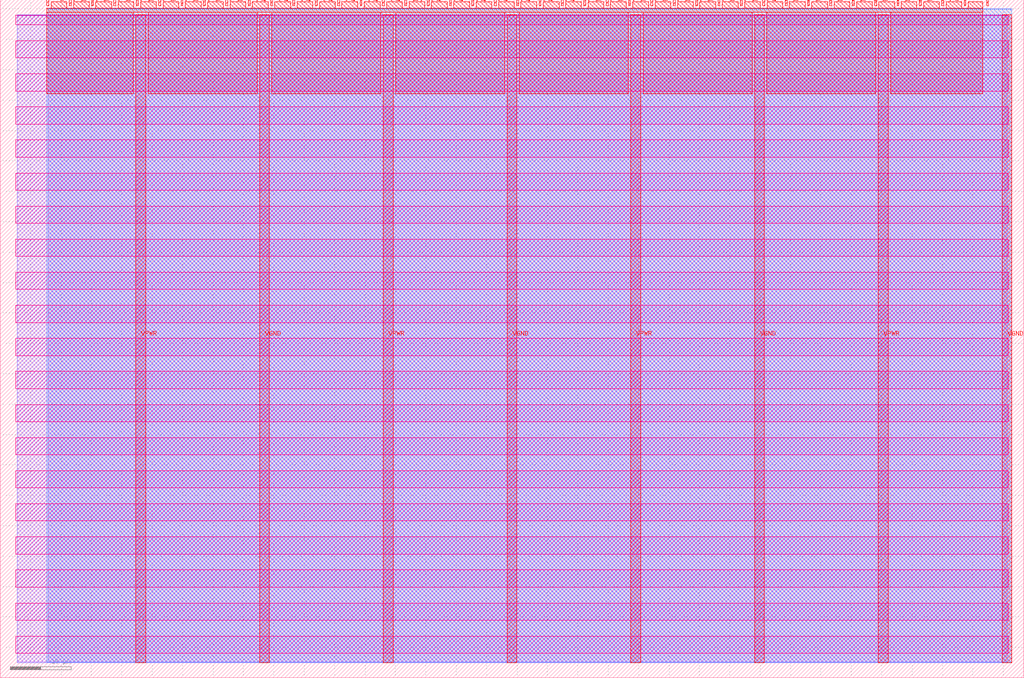
<source format=lef>
VERSION 5.7 ;
  NOWIREEXTENSIONATPIN ON ;
  DIVIDERCHAR "/" ;
  BUSBITCHARS "[]" ;
MACRO tt_um_wokwi_375288605206694913
  CLASS BLOCK ;
  FOREIGN tt_um_wokwi_375288605206694913 ;
  ORIGIN 0.000 0.000 ;
  SIZE 168.360 BY 111.520 ;
  PIN VGND
    DIRECTION INOUT ;
    USE GROUND ;
    PORT
      LAYER met4 ;
        RECT 42.670 2.480 44.270 109.040 ;
    END
    PORT
      LAYER met4 ;
        RECT 83.380 2.480 84.980 109.040 ;
    END
    PORT
      LAYER met4 ;
        RECT 124.090 2.480 125.690 109.040 ;
    END
    PORT
      LAYER met4 ;
        RECT 164.800 2.480 166.400 109.040 ;
    END
  END VGND
  PIN VPWR
    DIRECTION INOUT ;
    USE POWER ;
    PORT
      LAYER met4 ;
        RECT 22.315 2.480 23.915 109.040 ;
    END
    PORT
      LAYER met4 ;
        RECT 63.025 2.480 64.625 109.040 ;
    END
    PORT
      LAYER met4 ;
        RECT 103.735 2.480 105.335 109.040 ;
    END
    PORT
      LAYER met4 ;
        RECT 144.445 2.480 146.045 109.040 ;
    END
  END VPWR
  PIN clk
    DIRECTION INPUT ;
    USE SIGNAL ;
    ANTENNAGATEAREA 0.852000 ;
    PORT
      LAYER met4 ;
        RECT 158.550 110.520 158.850 111.520 ;
    END
  END clk
  PIN ena
    DIRECTION INPUT ;
    USE SIGNAL ;
    PORT
      LAYER met4 ;
        RECT 162.230 110.520 162.530 111.520 ;
    END
  END ena
  PIN rst_n
    DIRECTION INPUT ;
    USE SIGNAL ;
    PORT
      LAYER met4 ;
        RECT 154.870 110.520 155.170 111.520 ;
    END
  END rst_n
  PIN ui_in[0]
    DIRECTION INPUT ;
    USE SIGNAL ;
    ANTENNAGATEAREA 0.196500 ;
    PORT
      LAYER met4 ;
        RECT 151.190 110.520 151.490 111.520 ;
    END
  END ui_in[0]
  PIN ui_in[1]
    DIRECTION INPUT ;
    USE SIGNAL ;
    ANTENNAGATEAREA 0.196500 ;
    PORT
      LAYER met4 ;
        RECT 147.510 110.520 147.810 111.520 ;
    END
  END ui_in[1]
  PIN ui_in[2]
    DIRECTION INPUT ;
    USE SIGNAL ;
    ANTENNAGATEAREA 0.196500 ;
    PORT
      LAYER met4 ;
        RECT 143.830 110.520 144.130 111.520 ;
    END
  END ui_in[2]
  PIN ui_in[3]
    DIRECTION INPUT ;
    USE SIGNAL ;
    ANTENNAGATEAREA 0.196500 ;
    PORT
      LAYER met4 ;
        RECT 140.150 110.520 140.450 111.520 ;
    END
  END ui_in[3]
  PIN ui_in[4]
    DIRECTION INPUT ;
    USE SIGNAL ;
    ANTENNAGATEAREA 0.196500 ;
    PORT
      LAYER met4 ;
        RECT 136.470 110.520 136.770 111.520 ;
    END
  END ui_in[4]
  PIN ui_in[5]
    DIRECTION INPUT ;
    USE SIGNAL ;
    PORT
      LAYER met4 ;
        RECT 132.790 110.520 133.090 111.520 ;
    END
  END ui_in[5]
  PIN ui_in[6]
    DIRECTION INPUT ;
    USE SIGNAL ;
    PORT
      LAYER met4 ;
        RECT 129.110 110.520 129.410 111.520 ;
    END
  END ui_in[6]
  PIN ui_in[7]
    DIRECTION INPUT ;
    USE SIGNAL ;
    PORT
      LAYER met4 ;
        RECT 125.430 110.520 125.730 111.520 ;
    END
  END ui_in[7]
  PIN uio_in[0]
    DIRECTION INPUT ;
    USE SIGNAL ;
    PORT
      LAYER met4 ;
        RECT 121.750 110.520 122.050 111.520 ;
    END
  END uio_in[0]
  PIN uio_in[1]
    DIRECTION INPUT ;
    USE SIGNAL ;
    PORT
      LAYER met4 ;
        RECT 118.070 110.520 118.370 111.520 ;
    END
  END uio_in[1]
  PIN uio_in[2]
    DIRECTION INPUT ;
    USE SIGNAL ;
    PORT
      LAYER met4 ;
        RECT 114.390 110.520 114.690 111.520 ;
    END
  END uio_in[2]
  PIN uio_in[3]
    DIRECTION INPUT ;
    USE SIGNAL ;
    PORT
      LAYER met4 ;
        RECT 110.710 110.520 111.010 111.520 ;
    END
  END uio_in[3]
  PIN uio_in[4]
    DIRECTION INPUT ;
    USE SIGNAL ;
    PORT
      LAYER met4 ;
        RECT 107.030 110.520 107.330 111.520 ;
    END
  END uio_in[4]
  PIN uio_in[5]
    DIRECTION INPUT ;
    USE SIGNAL ;
    PORT
      LAYER met4 ;
        RECT 103.350 110.520 103.650 111.520 ;
    END
  END uio_in[5]
  PIN uio_in[6]
    DIRECTION INPUT ;
    USE SIGNAL ;
    PORT
      LAYER met4 ;
        RECT 99.670 110.520 99.970 111.520 ;
    END
  END uio_in[6]
  PIN uio_in[7]
    DIRECTION INPUT ;
    USE SIGNAL ;
    PORT
      LAYER met4 ;
        RECT 95.990 110.520 96.290 111.520 ;
    END
  END uio_in[7]
  PIN uio_oe[0]
    DIRECTION OUTPUT TRISTATE ;
    USE SIGNAL ;
    PORT
      LAYER met4 ;
        RECT 33.430 110.520 33.730 111.520 ;
    END
  END uio_oe[0]
  PIN uio_oe[1]
    DIRECTION OUTPUT TRISTATE ;
    USE SIGNAL ;
    PORT
      LAYER met4 ;
        RECT 29.750 110.520 30.050 111.520 ;
    END
  END uio_oe[1]
  PIN uio_oe[2]
    DIRECTION OUTPUT TRISTATE ;
    USE SIGNAL ;
    PORT
      LAYER met4 ;
        RECT 26.070 110.520 26.370 111.520 ;
    END
  END uio_oe[2]
  PIN uio_oe[3]
    DIRECTION OUTPUT TRISTATE ;
    USE SIGNAL ;
    PORT
      LAYER met4 ;
        RECT 22.390 110.520 22.690 111.520 ;
    END
  END uio_oe[3]
  PIN uio_oe[4]
    DIRECTION OUTPUT TRISTATE ;
    USE SIGNAL ;
    PORT
      LAYER met4 ;
        RECT 18.710 110.520 19.010 111.520 ;
    END
  END uio_oe[4]
  PIN uio_oe[5]
    DIRECTION OUTPUT TRISTATE ;
    USE SIGNAL ;
    PORT
      LAYER met4 ;
        RECT 15.030 110.520 15.330 111.520 ;
    END
  END uio_oe[5]
  PIN uio_oe[6]
    DIRECTION OUTPUT TRISTATE ;
    USE SIGNAL ;
    PORT
      LAYER met4 ;
        RECT 11.350 110.520 11.650 111.520 ;
    END
  END uio_oe[6]
  PIN uio_oe[7]
    DIRECTION OUTPUT TRISTATE ;
    USE SIGNAL ;
    PORT
      LAYER met4 ;
        RECT 7.670 110.520 7.970 111.520 ;
    END
  END uio_oe[7]
  PIN uio_out[0]
    DIRECTION OUTPUT TRISTATE ;
    USE SIGNAL ;
    PORT
      LAYER met4 ;
        RECT 62.870 110.520 63.170 111.520 ;
    END
  END uio_out[0]
  PIN uio_out[1]
    DIRECTION OUTPUT TRISTATE ;
    USE SIGNAL ;
    PORT
      LAYER met4 ;
        RECT 59.190 110.520 59.490 111.520 ;
    END
  END uio_out[1]
  PIN uio_out[2]
    DIRECTION OUTPUT TRISTATE ;
    USE SIGNAL ;
    PORT
      LAYER met4 ;
        RECT 55.510 110.520 55.810 111.520 ;
    END
  END uio_out[2]
  PIN uio_out[3]
    DIRECTION OUTPUT TRISTATE ;
    USE SIGNAL ;
    PORT
      LAYER met4 ;
        RECT 51.830 110.520 52.130 111.520 ;
    END
  END uio_out[3]
  PIN uio_out[4]
    DIRECTION OUTPUT TRISTATE ;
    USE SIGNAL ;
    PORT
      LAYER met4 ;
        RECT 48.150 110.520 48.450 111.520 ;
    END
  END uio_out[4]
  PIN uio_out[5]
    DIRECTION OUTPUT TRISTATE ;
    USE SIGNAL ;
    PORT
      LAYER met4 ;
        RECT 44.470 110.520 44.770 111.520 ;
    END
  END uio_out[5]
  PIN uio_out[6]
    DIRECTION OUTPUT TRISTATE ;
    USE SIGNAL ;
    PORT
      LAYER met4 ;
        RECT 40.790 110.520 41.090 111.520 ;
    END
  END uio_out[6]
  PIN uio_out[7]
    DIRECTION OUTPUT TRISTATE ;
    USE SIGNAL ;
    PORT
      LAYER met4 ;
        RECT 37.110 110.520 37.410 111.520 ;
    END
  END uio_out[7]
  PIN uo_out[0]
    DIRECTION OUTPUT TRISTATE ;
    USE SIGNAL ;
    ANTENNADIFFAREA 0.795200 ;
    PORT
      LAYER met4 ;
        RECT 92.310 110.520 92.610 111.520 ;
    END
  END uo_out[0]
  PIN uo_out[1]
    DIRECTION OUTPUT TRISTATE ;
    USE SIGNAL ;
    ANTENNADIFFAREA 0.795200 ;
    PORT
      LAYER met4 ;
        RECT 88.630 110.520 88.930 111.520 ;
    END
  END uo_out[1]
  PIN uo_out[2]
    DIRECTION OUTPUT TRISTATE ;
    USE SIGNAL ;
    ANTENNADIFFAREA 0.795200 ;
    PORT
      LAYER met4 ;
        RECT 84.950 110.520 85.250 111.520 ;
    END
  END uo_out[2]
  PIN uo_out[3]
    DIRECTION OUTPUT TRISTATE ;
    USE SIGNAL ;
    ANTENNADIFFAREA 0.795200 ;
    PORT
      LAYER met4 ;
        RECT 81.270 110.520 81.570 111.520 ;
    END
  END uo_out[3]
  PIN uo_out[4]
    DIRECTION OUTPUT TRISTATE ;
    USE SIGNAL ;
    ANTENNADIFFAREA 0.795200 ;
    PORT
      LAYER met4 ;
        RECT 77.590 110.520 77.890 111.520 ;
    END
  END uo_out[4]
  PIN uo_out[5]
    DIRECTION OUTPUT TRISTATE ;
    USE SIGNAL ;
    ANTENNADIFFAREA 0.445500 ;
    PORT
      LAYER met4 ;
        RECT 73.910 110.520 74.210 111.520 ;
    END
  END uo_out[5]
  PIN uo_out[6]
    DIRECTION OUTPUT TRISTATE ;
    USE SIGNAL ;
    PORT
      LAYER met4 ;
        RECT 70.230 110.520 70.530 111.520 ;
    END
  END uo_out[6]
  PIN uo_out[7]
    DIRECTION OUTPUT TRISTATE ;
    USE SIGNAL ;
    PORT
      LAYER met4 ;
        RECT 66.550 110.520 66.850 111.520 ;
    END
  END uo_out[7]
  OBS
      LAYER nwell ;
        RECT 2.570 107.385 165.790 108.990 ;
        RECT 2.570 101.945 165.790 104.775 ;
        RECT 2.570 96.505 165.790 99.335 ;
        RECT 2.570 91.065 165.790 93.895 ;
        RECT 2.570 85.625 165.790 88.455 ;
        RECT 2.570 80.185 165.790 83.015 ;
        RECT 2.570 74.745 165.790 77.575 ;
        RECT 2.570 69.305 165.790 72.135 ;
        RECT 2.570 63.865 165.790 66.695 ;
        RECT 2.570 58.425 165.790 61.255 ;
        RECT 2.570 52.985 165.790 55.815 ;
        RECT 2.570 47.545 165.790 50.375 ;
        RECT 2.570 42.105 165.790 44.935 ;
        RECT 2.570 36.665 165.790 39.495 ;
        RECT 2.570 31.225 165.790 34.055 ;
        RECT 2.570 25.785 165.790 28.615 ;
        RECT 2.570 20.345 165.790 23.175 ;
        RECT 2.570 14.905 165.790 17.735 ;
        RECT 2.570 9.465 165.790 12.295 ;
        RECT 2.570 4.025 165.790 6.855 ;
      LAYER li1 ;
        RECT 2.760 2.635 165.600 108.885 ;
      LAYER met1 ;
        RECT 2.760 2.480 166.400 109.040 ;
      LAYER met2 ;
        RECT 7.910 2.535 166.370 110.005 ;
      LAYER met3 ;
        RECT 7.630 2.555 166.390 109.985 ;
      LAYER met4 ;
        RECT 8.370 110.120 10.950 111.170 ;
        RECT 12.050 110.120 14.630 111.170 ;
        RECT 15.730 110.120 18.310 111.170 ;
        RECT 19.410 110.120 21.990 111.170 ;
        RECT 23.090 110.120 25.670 111.170 ;
        RECT 26.770 110.120 29.350 111.170 ;
        RECT 30.450 110.120 33.030 111.170 ;
        RECT 34.130 110.120 36.710 111.170 ;
        RECT 37.810 110.120 40.390 111.170 ;
        RECT 41.490 110.120 44.070 111.170 ;
        RECT 45.170 110.120 47.750 111.170 ;
        RECT 48.850 110.120 51.430 111.170 ;
        RECT 52.530 110.120 55.110 111.170 ;
        RECT 56.210 110.120 58.790 111.170 ;
        RECT 59.890 110.120 62.470 111.170 ;
        RECT 63.570 110.120 66.150 111.170 ;
        RECT 67.250 110.120 69.830 111.170 ;
        RECT 70.930 110.120 73.510 111.170 ;
        RECT 74.610 110.120 77.190 111.170 ;
        RECT 78.290 110.120 80.870 111.170 ;
        RECT 81.970 110.120 84.550 111.170 ;
        RECT 85.650 110.120 88.230 111.170 ;
        RECT 89.330 110.120 91.910 111.170 ;
        RECT 93.010 110.120 95.590 111.170 ;
        RECT 96.690 110.120 99.270 111.170 ;
        RECT 100.370 110.120 102.950 111.170 ;
        RECT 104.050 110.120 106.630 111.170 ;
        RECT 107.730 110.120 110.310 111.170 ;
        RECT 111.410 110.120 113.990 111.170 ;
        RECT 115.090 110.120 117.670 111.170 ;
        RECT 118.770 110.120 121.350 111.170 ;
        RECT 122.450 110.120 125.030 111.170 ;
        RECT 126.130 110.120 128.710 111.170 ;
        RECT 129.810 110.120 132.390 111.170 ;
        RECT 133.490 110.120 136.070 111.170 ;
        RECT 137.170 110.120 139.750 111.170 ;
        RECT 140.850 110.120 143.430 111.170 ;
        RECT 144.530 110.120 147.110 111.170 ;
        RECT 148.210 110.120 150.790 111.170 ;
        RECT 151.890 110.120 154.470 111.170 ;
        RECT 155.570 110.120 158.150 111.170 ;
        RECT 159.250 110.120 161.625 111.170 ;
        RECT 7.655 109.440 161.625 110.120 ;
        RECT 7.655 96.055 21.915 109.440 ;
        RECT 24.315 96.055 42.270 109.440 ;
        RECT 44.670 96.055 62.625 109.440 ;
        RECT 65.025 96.055 82.980 109.440 ;
        RECT 85.380 96.055 103.335 109.440 ;
        RECT 105.735 96.055 123.690 109.440 ;
        RECT 126.090 96.055 144.045 109.440 ;
        RECT 146.445 96.055 161.625 109.440 ;
  END
END tt_um_wokwi_375288605206694913
END LIBRARY


</source>
